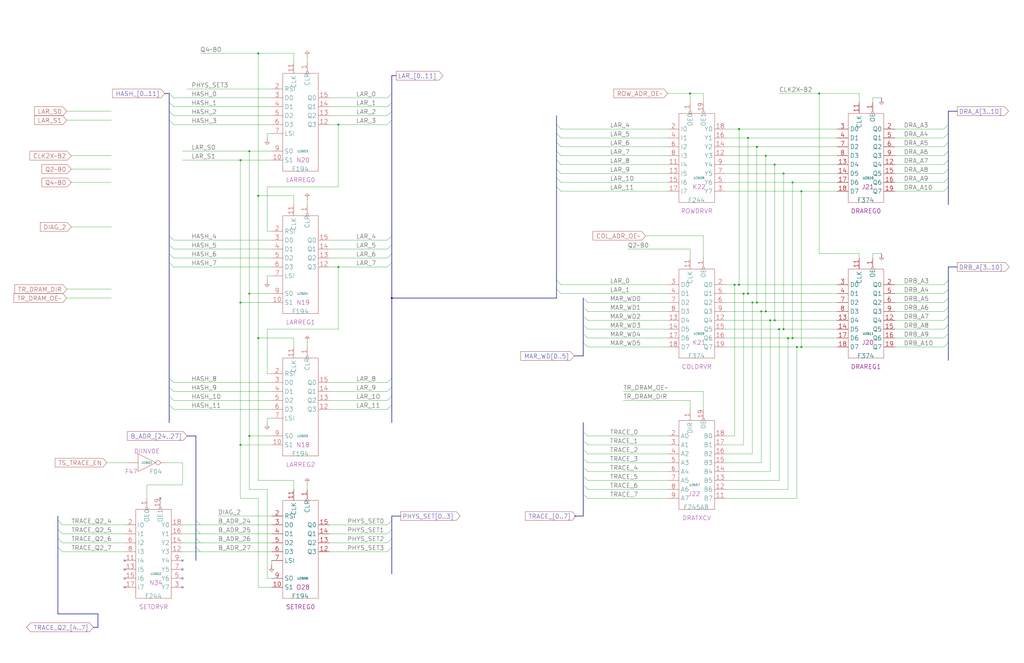
<source format=kicad_sch>
(kicad_sch (version 20211123) (generator eeschema)
  (paper "User" 584.2 378.46)
  (title_block (title "ADDRESS\\nLAR AND SET REGISTERS") (date "08-MAR-90") (rev "0.0") (comment 1 "MEM32 BOARD") (comment 2 "232-003066") (comment 3 "S400") (comment 4 "RELEASED"))
  (lib_symbols
    (symbol "r1000:F04" (pin_numbers hide) (pin_names hide)
      (property "Reference" "U" (at 0 0 0))
      (property "Value" "F04" (at 1.27 -5.08 0))
      (property "Location" "___" (at -12.7 -5.08 0))
      (property "Name" "______" (at 0 5.08 0))
      (symbol "F04_0_1"
        (polyline (pts (xy -7.62 0) (xy -5.08 0)) (stroke (width 0.1524)))
        (polyline (pts (xy -5.08 5.08) (xy -5.08 -5.08)) (stroke (width 0.1524)))
        (polyline (pts (xy 5.08 0) (xy -5.08 -5.08)) (stroke (width 0.1524)))
        (polyline (pts (xy 5.08 0) (xy -5.08 5.08)) (stroke (width 0.1524)))
        (circle (center 6.35 0) (radius 1.27) (stroke (width 0.1524)))
      )
      (symbol "F04_1_1"
        (pin input line (at -10.16 0 0) (length 2.54) (name "D") (number "1"))
        (pin output line (at 10.16 0 180) (length 2.54) (name "Q") (number "2"))
      )
    )
    (symbol "r1000:F194" (pin_names (offset 1.016))
      (property "Reference" "U" (at 2.54 5.08 0))
      (property "Value" "F194" (at -3.81 -5.08 0))
      (property "Location" "___" (at -1.27 0 0))
      (property "Name" "______" (at 1.27 -12.7 0))
      (symbol "F194_1_1"
        (rectangle (start -8.89 49.53) (end 11.43 -6.35))
        (circle (center 5.08 50.165) (radius 0.635))
        (pin input line (at 5.08 55.88 270) (length 5.08) (name "CLR") (number "1"))
        (pin input line (at -15.24 0 0) (length 6.35) (name "S1") (number "10"))
        (pin input line (at -2.54 55.88 270) (length 6.35) (name "CLK") (number "11"))
        (pin output line (at 17.78 20.32 180) (length 6.35) (name "Q3") (number "12"))
        (pin output line (at 17.78 25.4 180) (length 6.35) (name "Q2") (number "13"))
        (pin output line (at 17.78 30.48 180) (length 6.35) (name "Q1") (number "14"))
        (pin output line (at 17.78 35.56 180) (length 6.35) (name "Q0") (number "15"))
        (pin input line (at -15.24 40.64 0) (length 6.35) (name "RSI") (number "2"))
        (pin input line (at -15.24 35.56 0) (length 6.35) (name "D0") (number "3"))
        (pin input line (at -15.24 30.48 0) (length 6.35) (name "D1") (number "4"))
        (pin input line (at -15.24 25.4 0) (length 6.35) (name "D2") (number "5"))
        (pin input line (at -15.24 20.32 0) (length 6.35) (name "D3") (number "6"))
        (pin input line (at -15.24 15.24 0) (length 6.35) (name "LSI") (number "7"))
        (pin input line (at -15.24 5.08 0) (length 6.35) (name "S0") (number "9"))
      )
    )
    (symbol "r1000:F244" (pin_names (offset 1.016))
      (property "Reference" "U" (at 2.54 5.08 0))
      (property "Value" "F244" (at -3.81 -7.62 0))
      (property "Location" "___" (at -1.27 0 0))
      (property "Name" "______" (at 1.27 -15.24 0))
      (symbol "F244_1_1"
        (rectangle (start -8.89 41.91) (end 11.43 -8.89))
        (circle (center -2.54 42.545) (radius 0.635))
        (circle (center 5.08 42.545) (radius 0.635))
        (pin input line (at -2.54 48.26 270) (length 5.08) (name "OE0") (number "1"))
        (pin input line (at -15.24 12.7 0) (length 6.35) (name "I4") (number "11"))
        (pin tri_state line (at 17.78 17.78 180) (length 6.35) (name "Y3") (number "12"))
        (pin input line (at -15.24 7.62 0) (length 6.35) (name "I5") (number "13"))
        (pin tri_state line (at 17.78 22.86 180) (length 6.35) (name "Y2") (number "14"))
        (pin input line (at -15.24 2.54 0) (length 6.35) (name "I6") (number "15"))
        (pin tri_state line (at 17.78 27.94 180) (length 6.35) (name "Y1") (number "16"))
        (pin input line (at -15.24 -2.54 0) (length 6.35) (name "I7") (number "17"))
        (pin tri_state line (at 17.78 33.02 180) (length 6.35) (name "Y0") (number "18"))
        (pin input line (at 5.08 48.26 270) (length 5.08) (name "OE1") (number "19"))
        (pin input line (at -15.24 33.02 0) (length 6.35) (name "I0") (number "2"))
        (pin tri_state line (at 17.78 -2.54 180) (length 6.35) (name "Y7") (number "3"))
        (pin input line (at -15.24 27.94 0) (length 6.35) (name "I1") (number "4"))
        (pin tri_state line (at 17.78 2.54 180) (length 6.35) (name "Y6") (number "5"))
        (pin input line (at -15.24 22.86 0) (length 6.35) (name "I2") (number "6"))
        (pin tri_state line (at 17.78 7.62 180) (length 6.35) (name "Y5") (number "7"))
        (pin input line (at -15.24 17.78 0) (length 6.35) (name "I3") (number "8"))
        (pin tri_state line (at 17.78 12.7 180) (length 6.35) (name "Y4") (number "9"))
      )
    )
    (symbol "r1000:F245AB" (pin_names (offset 1.016))
      (property "Reference" "U" (at 2.54 5.08 0))
      (property "Value" "F245AB" (at -3.81 -7.62 0))
      (property "Location" "___" (at -1.27 0 0))
      (property "Name" "______" (at 3.81 -15.24 0))
      (symbol "F245AB_1_1"
        (rectangle (start -6.35 41.91) (end 13.97 -8.89))
        (circle (center 7.62 42.545) (radius 0.635))
        (pin input line (at 0 48.26 270) (length 6.35) (name "DIR") (number "1"))
        (pin tri_state line (at 20.32 -2.54 180) (length 6.35) (name "B7") (number "11"))
        (pin tri_state line (at 20.32 2.54 180) (length 6.35) (name "B6") (number "12"))
        (pin tri_state line (at 20.32 7.62 180) (length 6.35) (name "B5") (number "13"))
        (pin tri_state line (at 20.32 12.7 180) (length 6.35) (name "B4") (number "14"))
        (pin tri_state line (at 20.32 17.78 180) (length 6.35) (name "B3") (number "15"))
        (pin tri_state line (at 20.32 22.86 180) (length 6.35) (name "B2") (number "16"))
        (pin tri_state line (at 20.32 27.94 180) (length 6.35) (name "B1") (number "17"))
        (pin tri_state line (at 20.32 33.02 180) (length 6.35) (name "B0") (number "18"))
        (pin input line (at 7.62 48.26 270) (length 5.08) (name "OE") (number "19"))
        (pin tri_state line (at -12.7 33.02 0) (length 6.35) (name "A0") (number "2"))
        (pin tri_state line (at -12.7 27.94 0) (length 6.35) (name "A1") (number "3"))
        (pin tri_state line (at -12.7 22.86 0) (length 6.35) (name "A2") (number "4"))
        (pin tri_state line (at -12.7 17.78 0) (length 6.35) (name "A3") (number "5"))
        (pin tri_state line (at -12.7 12.7 0) (length 6.35) (name "A4") (number "6"))
        (pin tri_state line (at -12.7 7.62 0) (length 6.35) (name "A5") (number "7"))
        (pin tri_state line (at -12.7 2.54 0) (length 6.35) (name "A6") (number "8"))
        (pin tri_state line (at -12.7 -2.54 0) (length 6.35) (name "A7") (number "9"))
      )
    )
    (symbol "r1000:F374" (pin_names (offset 1.016))
      (property "Reference" "U" (at 2.54 5.08 0))
      (property "Value" "F374" (at -3.81 -7.62 0))
      (property "Location" "___" (at -1.27 0 0))
      (property "Name" "______" (at 1.27 -15.24 0))
      (symbol "F374_1_1"
        (rectangle (start -8.89 41.91) (end 11.43 -8.89))
        (circle (center 5.08 42.545) (radius 0.635))
        (pin input line (at 5.08 48.26 270) (length 5.08) (name "OE") (number "1"))
        (pin input line (at -2.54 48.26 270) (length 6.35) (name "CLK") (number "11"))
        (pin tri_state line (at 17.78 12.7 180) (length 6.35) (name "Q4") (number "12"))
        (pin input line (at -15.24 12.7 0) (length 6.35) (name "D4") (number "13"))
        (pin input line (at -15.24 7.62 0) (length 6.35) (name "D5") (number "14"))
        (pin tri_state line (at 17.78 7.62 180) (length 6.35) (name "Q5") (number "15"))
        (pin tri_state line (at 17.78 2.54 180) (length 6.35) (name "Q6") (number "16"))
        (pin input line (at -15.24 2.54 0) (length 6.35) (name "D6") (number "17"))
        (pin input line (at -15.24 -2.54 0) (length 6.35) (name "D7") (number "18"))
        (pin tri_state line (at 17.78 -2.54 180) (length 6.35) (name "Q7") (number "19"))
        (pin tri_state line (at 17.78 33.02 180) (length 6.35) (name "Q0") (number "2"))
        (pin input line (at -15.24 33.02 0) (length 6.35) (name "D0") (number "3"))
        (pin input line (at -15.24 27.94 0) (length 6.35) (name "D1") (number "4"))
        (pin tri_state line (at 17.78 27.94 180) (length 6.35) (name "Q1") (number "5"))
        (pin tri_state line (at 17.78 22.86 180) (length 6.35) (name "Q2") (number "6"))
        (pin input line (at -15.24 22.86 0) (length 6.35) (name "D2") (number "7"))
        (pin input line (at -15.24 17.78 0) (length 6.35) (name "D3") (number "8"))
        (pin tri_state line (at 17.78 17.78 180) (length 6.35) (name "Q3") (number "9"))
      )
    )
    (symbol "r1000:PD" (power) (pin_numbers hide) (pin_names hide) (in_bom no)
      (symbol "PD_0_1"
        (polyline (pts (xy 0 -2.54) (xy 1.27 -2.54) (xy 0 -3.81) (xy -1.27 -2.54) (xy 0 -2.54)) (stroke (width 0.1524)))
      )
      (symbol "PD_1_1"
        (pin power_in line (at 0 0 270) (length 2.54) (name "PD") (number "1"))
      )
    )
    (symbol "r1000:PU" (power) (pin_numbers hide) (pin_names hide)
      (symbol "PU_0_1"
        (polyline (pts (xy 0 2.54) (xy -1.27 2.54) (xy 0 3.81) (xy 1.27 2.54) (xy 0 2.54)) (stroke (width 0.1524)))
      )
      (symbol "PU_1_1"
        (pin power_in line (at 0 0 90) (length 2.54) (name "PU") (number "1"))
      )
    )
  )
  (bus (pts (xy 106.68 248.92) (xy 111.76 248.92)))
  (bus (pts (xy 111.76 248.92) (xy 111.76 297.18)))
  (bus (pts (xy 111.76 297.18) (xy 111.76 302.26)))
  (bus (pts (xy 111.76 302.26) (xy 111.76 307.34)))
  (bus (pts (xy 111.76 307.34) (xy 111.76 312.42)))
  (bus (pts (xy 111.76 312.42) (xy 111.76 320.04)))
  (bus (pts (xy 223.52 134.62) (xy 223.52 139.7)))
  (bus (pts (xy 223.52 139.7) (xy 223.52 144.78)))
  (bus (pts (xy 223.52 144.78) (xy 223.52 149.86)))
  (bus (pts (xy 223.52 149.86) (xy 223.52 170.18)))
  (bus (pts (xy 223.52 170.18) (xy 223.52 215.9)))
  (bus (pts (xy 223.52 170.18) (xy 317.5 170.18)))
  (bus (pts (xy 223.52 215.9) (xy 223.52 220.98)))
  (bus (pts (xy 223.52 220.98) (xy 223.52 226.06)))
  (bus (pts (xy 223.52 226.06) (xy 223.52 231.14)))
  (bus (pts (xy 223.52 231.14) (xy 223.52 241.3)))
  (bus (pts (xy 223.52 294.64) (xy 223.52 297.18)))
  (bus (pts (xy 223.52 294.64) (xy 228.6 294.64)))
  (bus (pts (xy 223.52 297.18) (xy 223.52 302.26)))
  (bus (pts (xy 223.52 302.26) (xy 223.52 307.34)))
  (bus (pts (xy 223.52 307.34) (xy 223.52 312.42)))
  (bus (pts (xy 223.52 312.42) (xy 223.52 327.66)))
  (bus (pts (xy 223.52 43.18) (xy 223.52 53.34)))
  (bus (pts (xy 223.52 43.18) (xy 226.06 43.18)))
  (bus (pts (xy 223.52 53.34) (xy 223.52 58.42)))
  (bus (pts (xy 223.52 58.42) (xy 223.52 63.5)))
  (bus (pts (xy 223.52 63.5) (xy 223.52 68.58)))
  (bus (pts (xy 223.52 68.58) (xy 223.52 134.62)))
  (bus (pts (xy 317.5 101.6) (xy 317.5 106.68)))
  (bus (pts (xy 317.5 106.68) (xy 317.5 160.02)))
  (bus (pts (xy 317.5 160.02) (xy 317.5 165.1)))
  (bus (pts (xy 317.5 165.1) (xy 317.5 170.18)))
  (bus (pts (xy 317.5 66.04) (xy 317.5 71.12)))
  (bus (pts (xy 317.5 71.12) (xy 317.5 76.2)))
  (bus (pts (xy 317.5 76.2) (xy 317.5 81.28)))
  (bus (pts (xy 317.5 81.28) (xy 317.5 86.36)))
  (bus (pts (xy 317.5 86.36) (xy 317.5 91.44)))
  (bus (pts (xy 317.5 91.44) (xy 317.5 96.52)))
  (bus (pts (xy 317.5 96.52) (xy 317.5 101.6)))
  (bus (pts (xy 327.66 203.2) (xy 332.74 203.2)))
  (bus (pts (xy 327.66 294.64) (xy 332.74 294.64)))
  (bus (pts (xy 33.02 294.64) (xy 33.02 297.18)))
  (bus (pts (xy 33.02 297.18) (xy 33.02 302.26)))
  (bus (pts (xy 33.02 302.26) (xy 33.02 307.34)))
  (bus (pts (xy 33.02 307.34) (xy 33.02 312.42)))
  (bus (pts (xy 33.02 312.42) (xy 33.02 350.52)))
  (bus (pts (xy 332.74 170.18) (xy 332.74 175.26)))
  (bus (pts (xy 332.74 175.26) (xy 332.74 180.34)))
  (bus (pts (xy 332.74 180.34) (xy 332.74 185.42)))
  (bus (pts (xy 332.74 185.42) (xy 332.74 190.5)))
  (bus (pts (xy 332.74 190.5) (xy 332.74 195.58)))
  (bus (pts (xy 332.74 195.58) (xy 332.74 203.2)))
  (bus (pts (xy 332.74 241.3) (xy 332.74 246.38)))
  (bus (pts (xy 332.74 246.38) (xy 332.74 251.46)))
  (bus (pts (xy 332.74 251.46) (xy 332.74 256.54)))
  (bus (pts (xy 332.74 256.54) (xy 332.74 261.62)))
  (bus (pts (xy 332.74 261.62) (xy 332.74 266.7)))
  (bus (pts (xy 332.74 266.7) (xy 332.74 271.78)))
  (bus (pts (xy 332.74 271.78) (xy 332.74 276.86)))
  (bus (pts (xy 332.74 276.86) (xy 332.74 281.94)))
  (bus (pts (xy 332.74 281.94) (xy 332.74 294.64)))
  (bus (pts (xy 53.34 358.14) (xy 55.88 358.14)))
  (bus (pts (xy 541.02 101.6) (xy 541.02 106.68)))
  (bus (pts (xy 541.02 106.68) (xy 541.02 116.84)))
  (bus (pts (xy 541.02 152.4) (xy 541.02 160.02)))
  (bus (pts (xy 541.02 152.4) (xy 546.1 152.4)))
  (bus (pts (xy 541.02 160.02) (xy 541.02 165.1)))
  (bus (pts (xy 541.02 165.1) (xy 541.02 170.18)))
  (bus (pts (xy 541.02 170.18) (xy 541.02 175.26)))
  (bus (pts (xy 541.02 175.26) (xy 541.02 180.34)))
  (bus (pts (xy 541.02 180.34) (xy 541.02 185.42)))
  (bus (pts (xy 541.02 185.42) (xy 541.02 190.5)))
  (bus (pts (xy 541.02 190.5) (xy 541.02 195.58)))
  (bus (pts (xy 541.02 195.58) (xy 541.02 205.74)))
  (bus (pts (xy 541.02 63.5) (xy 541.02 71.12)))
  (bus (pts (xy 541.02 63.5) (xy 546.1 63.5)))
  (bus (pts (xy 541.02 71.12) (xy 541.02 76.2)))
  (bus (pts (xy 541.02 76.2) (xy 541.02 81.28)))
  (bus (pts (xy 541.02 81.28) (xy 541.02 86.36)))
  (bus (pts (xy 541.02 86.36) (xy 541.02 91.44)))
  (bus (pts (xy 541.02 91.44) (xy 541.02 96.52)))
  (bus (pts (xy 541.02 96.52) (xy 541.02 101.6)))
  (bus (pts (xy 55.88 350.52) (xy 33.02 350.52)))
  (bus (pts (xy 55.88 358.14) (xy 55.88 350.52)))
  (bus (pts (xy 93.98 53.34) (xy 96.52 53.34)))
  (bus (pts (xy 96.52 134.62) (xy 96.52 139.7)))
  (bus (pts (xy 96.52 139.7) (xy 96.52 144.78)))
  (bus (pts (xy 96.52 144.78) (xy 96.52 149.86)))
  (bus (pts (xy 96.52 149.86) (xy 96.52 215.9)))
  (bus (pts (xy 96.52 215.9) (xy 96.52 220.98)))
  (bus (pts (xy 96.52 220.98) (xy 96.52 226.06)))
  (bus (pts (xy 96.52 226.06) (xy 96.52 231.14)))
  (bus (pts (xy 96.52 231.14) (xy 96.52 241.3)))
  (bus (pts (xy 96.52 53.34) (xy 96.52 58.42)))
  (bus (pts (xy 96.52 58.42) (xy 96.52 63.5)))
  (bus (pts (xy 96.52 63.5) (xy 96.52 68.58)))
  (bus (pts (xy 96.52 68.58) (xy 96.52 134.62)))
  (wire (pts (xy 104.14 264.16) (xy 104.14 276.86)))
  (wire (pts (xy 104.14 276.86) (xy 83.82 276.86)))
  (wire (pts (xy 104.14 299.72) (xy 114.3 299.72)))
  (wire (pts (xy 104.14 304.8) (xy 114.3 304.8)))
  (wire (pts (xy 104.14 309.88) (xy 114.3 309.88)))
  (wire (pts (xy 104.14 314.96) (xy 114.3 314.96)))
  (wire (pts (xy 104.14 86.36) (xy 142.24 86.36)))
  (wire (pts (xy 104.14 91.44) (xy 137.16 91.44)))
  (wire (pts (xy 106.68 50.8) (xy 154.94 50.8)))
  (wire (pts (xy 114.3 299.72) (xy 154.94 299.72)))
  (wire (pts (xy 114.3 30.48) (xy 147.32 30.48)))
  (wire (pts (xy 114.3 304.8) (xy 154.94 304.8)))
  (wire (pts (xy 114.3 309.88) (xy 154.94 309.88)))
  (wire (pts (xy 114.3 314.96) (xy 154.94 314.96)))
  (wire (pts (xy 124.46 294.64) (xy 154.94 294.64)))
  (wire (pts (xy 137.16 172.72) (xy 137.16 91.44)))
  (wire (pts (xy 137.16 172.72) (xy 154.94 172.72)))
  (wire (pts (xy 137.16 254) (xy 137.16 172.72)))
  (wire (pts (xy 137.16 254) (xy 137.16 284.48)))
  (wire (pts (xy 137.16 254) (xy 154.94 254)))
  (wire (pts (xy 137.16 91.44) (xy 154.94 91.44)))
  (wire (pts (xy 142.24 167.64) (xy 142.24 86.36)))
  (wire (pts (xy 142.24 167.64) (xy 154.94 167.64)))
  (wire (pts (xy 142.24 248.92) (xy 142.24 167.64)))
  (wire (pts (xy 142.24 248.92) (xy 142.24 279.4)))
  (wire (pts (xy 142.24 248.92) (xy 154.94 248.92)))
  (wire (pts (xy 142.24 86.36) (xy 154.94 86.36)))
  (wire (pts (xy 147.32 111.76) (xy 147.32 30.48)))
  (wire (pts (xy 147.32 111.76) (xy 167.64 111.76)))
  (wire (pts (xy 147.32 193.04) (xy 147.32 111.76)))
  (wire (pts (xy 147.32 193.04) (xy 167.64 193.04)))
  (wire (pts (xy 147.32 274.32) (xy 147.32 193.04)))
  (wire (pts (xy 147.32 284.48) (xy 137.16 284.48)))
  (wire (pts (xy 147.32 30.48) (xy 167.64 30.48)))
  (wire (pts (xy 147.32 335.28) (xy 147.32 284.48)))
  (wire (pts (xy 152.4 106.68) (xy 152.4 132.08)))
  (wire (pts (xy 152.4 132.08) (xy 154.94 132.08)))
  (wire (pts (xy 152.4 157.48) (xy 154.94 157.48)))
  (wire (pts (xy 152.4 160.02) (xy 152.4 157.48)))
  (wire (pts (xy 152.4 187.96) (xy 152.4 213.36)))
  (wire (pts (xy 152.4 213.36) (xy 154.94 213.36)))
  (wire (pts (xy 152.4 238.76) (xy 154.94 238.76)))
  (wire (pts (xy 152.4 241.3) (xy 152.4 238.76)))
  (wire (pts (xy 152.4 279.4) (xy 142.24 279.4)))
  (wire (pts (xy 152.4 330.2) (xy 152.4 279.4)))
  (wire (pts (xy 152.4 76.2) (xy 154.94 76.2)))
  (wire (pts (xy 152.4 78.74) (xy 152.4 76.2)))
  (wire (pts (xy 154.94 320.04) (xy 154.94 322.58)))
  (wire (pts (xy 154.94 330.2) (xy 152.4 330.2)))
  (wire (pts (xy 154.94 335.28) (xy 147.32 335.28)))
  (wire (pts (xy 167.64 116.84) (xy 167.64 111.76)))
  (wire (pts (xy 167.64 198.12) (xy 167.64 193.04)))
  (wire (pts (xy 167.64 274.32) (xy 147.32 274.32)))
  (wire (pts (xy 167.64 279.4) (xy 167.64 274.32)))
  (wire (pts (xy 167.64 35.56) (xy 167.64 30.48)))
  (wire (pts (xy 175.26 114.3) (xy 175.26 116.84)))
  (wire (pts (xy 175.26 195.58) (xy 175.26 198.12)))
  (wire (pts (xy 175.26 276.86) (xy 175.26 279.4)))
  (wire (pts (xy 175.26 33.02) (xy 175.26 35.56)))
  (wire (pts (xy 187.96 137.16) (xy 220.98 137.16)))
  (wire (pts (xy 187.96 142.24) (xy 220.98 142.24)))
  (wire (pts (xy 187.96 147.32) (xy 220.98 147.32)))
  (wire (pts (xy 187.96 152.4) (xy 193.04 152.4)))
  (wire (pts (xy 187.96 218.44) (xy 220.98 218.44)))
  (wire (pts (xy 187.96 223.52) (xy 220.98 223.52)))
  (wire (pts (xy 187.96 228.6) (xy 220.98 228.6)))
  (wire (pts (xy 187.96 233.68) (xy 220.98 233.68)))
  (wire (pts (xy 187.96 299.72) (xy 220.98 299.72)))
  (wire (pts (xy 187.96 304.8) (xy 220.98 304.8)))
  (wire (pts (xy 187.96 309.88) (xy 220.98 309.88)))
  (wire (pts (xy 187.96 314.96) (xy 220.98 314.96)))
  (wire (pts (xy 187.96 55.88) (xy 220.98 55.88)))
  (wire (pts (xy 187.96 60.96) (xy 220.98 60.96)))
  (wire (pts (xy 187.96 66.04) (xy 220.98 66.04)))
  (wire (pts (xy 187.96 71.12) (xy 193.04 71.12)))
  (wire (pts (xy 193.04 106.68) (xy 152.4 106.68)))
  (wire (pts (xy 193.04 152.4) (xy 193.04 187.96)))
  (wire (pts (xy 193.04 152.4) (xy 220.98 152.4)))
  (wire (pts (xy 193.04 187.96) (xy 152.4 187.96)))
  (wire (pts (xy 193.04 71.12) (xy 193.04 106.68)))
  (wire (pts (xy 193.04 71.12) (xy 220.98 71.12)))
  (wire (pts (xy 320.04 104.14) (xy 381 104.14)))
  (wire (pts (xy 320.04 109.22) (xy 381 109.22)))
  (wire (pts (xy 320.04 162.56) (xy 381 162.56)))
  (wire (pts (xy 320.04 167.64) (xy 381 167.64)))
  (wire (pts (xy 320.04 73.66) (xy 381 73.66)))
  (wire (pts (xy 320.04 78.74) (xy 381 78.74)))
  (wire (pts (xy 320.04 83.82) (xy 381 83.82)))
  (wire (pts (xy 320.04 88.9) (xy 381 88.9)))
  (wire (pts (xy 320.04 93.98) (xy 381 93.98)))
  (wire (pts (xy 320.04 99.06) (xy 381 99.06)))
  (wire (pts (xy 335.28 172.72) (xy 381 172.72)))
  (wire (pts (xy 335.28 177.8) (xy 381 177.8)))
  (wire (pts (xy 335.28 182.88) (xy 381 182.88)))
  (wire (pts (xy 335.28 187.96) (xy 381 187.96)))
  (wire (pts (xy 335.28 193.04) (xy 381 193.04)))
  (wire (pts (xy 335.28 198.12) (xy 381 198.12)))
  (wire (pts (xy 335.28 248.92) (xy 381 248.92)))
  (wire (pts (xy 335.28 254) (xy 381 254)))
  (wire (pts (xy 335.28 259.08) (xy 381 259.08)))
  (wire (pts (xy 335.28 264.16) (xy 381 264.16)))
  (wire (pts (xy 335.28 269.24) (xy 381 269.24)))
  (wire (pts (xy 335.28 274.32) (xy 381 274.32)))
  (wire (pts (xy 335.28 279.4) (xy 381 279.4)))
  (wire (pts (xy 335.28 284.48) (xy 381 284.48)))
  (wire (pts (xy 35.56 299.72) (xy 71.12 299.72)))
  (wire (pts (xy 35.56 304.8) (xy 71.12 304.8)))
  (wire (pts (xy 35.56 309.88) (xy 71.12 309.88)))
  (wire (pts (xy 35.56 314.96) (xy 71.12 314.96)))
  (wire (pts (xy 355.6 223.52) (xy 401.32 223.52)))
  (wire (pts (xy 355.6 228.6) (xy 393.7 228.6)))
  (wire (pts (xy 358.14 142.24) (xy 393.7 142.24)))
  (wire (pts (xy 368.3 134.62) (xy 401.32 134.62)))
  (wire (pts (xy 38.1 165.1) (xy 63.5 165.1)))
  (wire (pts (xy 38.1 170.18) (xy 63.5 170.18)))
  (wire (pts (xy 38.1 63.5) (xy 63.5 63.5)))
  (wire (pts (xy 38.1 68.58) (xy 63.5 68.58)))
  (wire (pts (xy 381 53.34) (xy 393.7 53.34)))
  (wire (pts (xy 393.7 142.24) (xy 393.7 147.32)))
  (wire (pts (xy 393.7 228.6) (xy 393.7 233.68)))
  (wire (pts (xy 393.7 53.34) (xy 393.7 58.42)))
  (wire (pts (xy 393.7 53.34) (xy 401.32 53.34)))
  (wire (pts (xy 40.64 104.14) (xy 63.5 104.14)))
  (wire (pts (xy 40.64 129.54) (xy 63.5 129.54)))
  (wire (pts (xy 40.64 88.9) (xy 63.5 88.9)))
  (wire (pts (xy 40.64 96.52) (xy 63.5 96.52)))
  (wire (pts (xy 401.32 134.62) (xy 401.32 147.32)))
  (wire (pts (xy 401.32 223.52) (xy 401.32 233.68)))
  (wire (pts (xy 401.32 53.34) (xy 401.32 58.42)))
  (wire (pts (xy 414.02 104.14) (xy 452.12 104.14)))
  (wire (pts (xy 414.02 109.22) (xy 457.2 109.22)))
  (wire (pts (xy 414.02 162.56) (xy 419.1 162.56)))
  (wire (pts (xy 414.02 167.64) (xy 424.18 167.64)))
  (wire (pts (xy 414.02 172.72) (xy 429.26 172.72)))
  (wire (pts (xy 414.02 177.8) (xy 434.34 177.8)))
  (wire (pts (xy 414.02 182.88) (xy 439.42 182.88)))
  (wire (pts (xy 414.02 187.96) (xy 444.5 187.96)))
  (wire (pts (xy 414.02 193.04) (xy 449.58 193.04)))
  (wire (pts (xy 414.02 198.12) (xy 454.66 198.12)))
  (wire (pts (xy 414.02 248.92) (xy 419.1 248.92)))
  (wire (pts (xy 414.02 259.08) (xy 429.26 259.08)))
  (wire (pts (xy 414.02 269.24) (xy 439.42 269.24)))
  (wire (pts (xy 414.02 73.66) (xy 421.64 73.66)))
  (wire (pts (xy 414.02 78.74) (xy 426.72 78.74)))
  (wire (pts (xy 414.02 83.82) (xy 431.8 83.82)))
  (wire (pts (xy 414.02 88.9) (xy 436.88 88.9)))
  (wire (pts (xy 414.02 93.98) (xy 441.96 93.98)))
  (wire (pts (xy 414.02 99.06) (xy 447.04 99.06)))
  (wire (pts (xy 419.1 162.56) (xy 421.64 162.56)))
  (wire (pts (xy 419.1 248.92) (xy 419.1 162.56)))
  (wire (pts (xy 421.64 162.56) (xy 477.52 162.56)))
  (wire (pts (xy 421.64 73.66) (xy 421.64 162.56)))
  (wire (pts (xy 421.64 73.66) (xy 477.52 73.66)))
  (wire (pts (xy 424.18 167.64) (xy 424.18 254)))
  (wire (pts (xy 424.18 167.64) (xy 426.72 167.64)))
  (wire (pts (xy 424.18 254) (xy 414.02 254)))
  (wire (pts (xy 426.72 167.64) (xy 477.52 167.64)))
  (wire (pts (xy 426.72 78.74) (xy 426.72 167.64)))
  (wire (pts (xy 426.72 78.74) (xy 477.52 78.74)))
  (wire (pts (xy 429.26 172.72) (xy 431.8 172.72)))
  (wire (pts (xy 429.26 259.08) (xy 429.26 172.72)))
  (wire (pts (xy 431.8 172.72) (xy 477.52 172.72)))
  (wire (pts (xy 431.8 83.82) (xy 431.8 172.72)))
  (wire (pts (xy 431.8 83.82) (xy 477.52 83.82)))
  (wire (pts (xy 434.34 177.8) (xy 434.34 264.16)))
  (wire (pts (xy 434.34 177.8) (xy 436.88 177.8)))
  (wire (pts (xy 434.34 264.16) (xy 414.02 264.16)))
  (wire (pts (xy 436.88 177.8) (xy 477.52 177.8)))
  (wire (pts (xy 436.88 88.9) (xy 436.88 177.8)))
  (wire (pts (xy 436.88 88.9) (xy 477.52 88.9)))
  (wire (pts (xy 439.42 182.88) (xy 441.96 182.88)))
  (wire (pts (xy 439.42 269.24) (xy 439.42 182.88)))
  (wire (pts (xy 441.96 182.88) (xy 477.52 182.88)))
  (wire (pts (xy 441.96 93.98) (xy 441.96 182.88)))
  (wire (pts (xy 441.96 93.98) (xy 477.52 93.98)))
  (wire (pts (xy 444.5 187.96) (xy 444.5 274.32)))
  (wire (pts (xy 444.5 187.96) (xy 447.04 187.96)))
  (wire (pts (xy 444.5 274.32) (xy 414.02 274.32)))
  (wire (pts (xy 444.5 53.34) (xy 467.36 53.34)))
  (wire (pts (xy 447.04 187.96) (xy 477.52 187.96)))
  (wire (pts (xy 447.04 99.06) (xy 447.04 187.96)))
  (wire (pts (xy 447.04 99.06) (xy 477.52 99.06)))
  (wire (pts (xy 449.58 193.04) (xy 449.58 279.4)))
  (wire (pts (xy 449.58 193.04) (xy 452.12 193.04)))
  (wire (pts (xy 449.58 279.4) (xy 414.02 279.4)))
  (wire (pts (xy 452.12 104.14) (xy 452.12 193.04)))
  (wire (pts (xy 452.12 104.14) (xy 477.52 104.14)))
  (wire (pts (xy 452.12 193.04) (xy 477.52 193.04)))
  (wire (pts (xy 454.66 198.12) (xy 454.66 284.48)))
  (wire (pts (xy 454.66 198.12) (xy 457.2 198.12)))
  (wire (pts (xy 454.66 284.48) (xy 414.02 284.48)))
  (wire (pts (xy 457.2 109.22) (xy 457.2 198.12)))
  (wire (pts (xy 457.2 109.22) (xy 477.52 109.22)))
  (wire (pts (xy 457.2 198.12) (xy 477.52 198.12)))
  (wire (pts (xy 467.36 144.78) (xy 467.36 53.34)))
  (wire (pts (xy 467.36 53.34) (xy 490.22 53.34)))
  (wire (pts (xy 490.22 144.78) (xy 467.36 144.78)))
  (wire (pts (xy 490.22 147.32) (xy 490.22 144.78)))
  (wire (pts (xy 490.22 53.34) (xy 490.22 58.42)))
  (wire (pts (xy 497.84 144.78) (xy 497.84 147.32)))
  (wire (pts (xy 497.84 55.88) (xy 497.84 58.42)))
  (wire (pts (xy 502.92 144.78) (xy 497.84 144.78)))
  (wire (pts (xy 502.92 55.88) (xy 497.84 55.88)))
  (wire (pts (xy 510.54 104.14) (xy 538.48 104.14)))
  (wire (pts (xy 510.54 109.22) (xy 538.48 109.22)))
  (wire (pts (xy 510.54 162.56) (xy 538.48 162.56)))
  (wire (pts (xy 510.54 167.64) (xy 538.48 167.64)))
  (wire (pts (xy 510.54 172.72) (xy 538.48 172.72)))
  (wire (pts (xy 510.54 177.8) (xy 538.48 177.8)))
  (wire (pts (xy 510.54 182.88) (xy 538.48 182.88)))
  (wire (pts (xy 510.54 187.96) (xy 538.48 187.96)))
  (wire (pts (xy 510.54 193.04) (xy 538.48 193.04)))
  (wire (pts (xy 510.54 198.12) (xy 538.48 198.12)))
  (wire (pts (xy 510.54 73.66) (xy 538.48 73.66)))
  (wire (pts (xy 510.54 78.74) (xy 538.48 78.74)))
  (wire (pts (xy 510.54 83.82) (xy 538.48 83.82)))
  (wire (pts (xy 510.54 88.9) (xy 538.48 88.9)))
  (wire (pts (xy 510.54 93.98) (xy 538.48 93.98)))
  (wire (pts (xy 510.54 99.06) (xy 538.48 99.06)))
  (wire (pts (xy 60.96 264.16) (xy 73.66 264.16)))
  (wire (pts (xy 83.82 276.86) (xy 83.82 284.48)))
  (wire (pts (xy 93.98 264.16) (xy 104.14 264.16)))
  (wire (pts (xy 99.06 137.16) (xy 154.94 137.16)))
  (wire (pts (xy 99.06 142.24) (xy 154.94 142.24)))
  (wire (pts (xy 99.06 147.32) (xy 154.94 147.32)))
  (wire (pts (xy 99.06 152.4) (xy 154.94 152.4)))
  (wire (pts (xy 99.06 218.44) (xy 154.94 218.44)))
  (wire (pts (xy 99.06 223.52) (xy 154.94 223.52)))
  (wire (pts (xy 99.06 228.6) (xy 154.94 228.6)))
  (wire (pts (xy 99.06 233.68) (xy 154.94 233.68)))
  (wire (pts (xy 99.06 55.88) (xy 154.94 55.88)))
  (wire (pts (xy 99.06 60.96) (xy 154.94 60.96)))
  (wire (pts (xy 99.06 66.04) (xy 154.94 66.04)))
  (wire (pts (xy 99.06 71.12) (xy 154.94 71.12)))
  (bus_entry (at 33.02 297.18) (size 2.54 2.54))
  (bus_entry (at 33.02 302.26) (size 2.54 2.54))
  (bus_entry (at 33.02 307.34) (size 2.54 2.54))
  (bus_entry (at 33.02 312.42) (size 2.54 2.54))
  (global_label "LAR_S0" (shape input) (at 38.1 63.5 180) (effects (font (size 2.54 2.54))) (property "Intersheet References" "${INTERSHEET_REFS}" (at 19.7273 63.3413 0) (effects (font (size 2.54 2.54)) (justify right))))
  (global_label "LAR_S1" (shape input) (at 38.1 68.58 180) (effects (font (size 2.54 2.54))) (property "Intersheet References" "${INTERSHEET_REFS}" (at 19.7273 68.4213 0) (effects (font (size 2.54 2.54)) (justify right))))
  (global_label "TR_DRAM_DIR" (shape input) (at 38.1 165.1 180) (effects (font (size 2.54 2.54))) (property "Intersheet References" "${INTERSHEET_REFS}" (at 8.4788 164.9413 0) (effects (font (size 2.54 2.54)) (justify right))))
  (global_label "TR_DRAM_OE~" (shape input) (at 38.1 170.18 180) (effects (font (size 2.54 2.54))) (property "Intersheet References" "${INTERSHEET_REFS}" (at 7.995 170.0213 0) (effects (font (size 2.54 2.54)) (justify right))))
  (global_label "CLK2X~B2" (shape input) (at 40.64 88.9 180) (effects (font (size 2.54 2.54))) (property "Intersheet References" "${INTERSHEET_REFS}" (at 17.0664 88.7413 0) (effects (font (size 2.54 2.54)) (justify right))))
  (global_label "Q2~B0" (shape input) (at 40.64 96.52 180) (effects (font (size 2.54 2.54))) (property "Intersheet References" "${INTERSHEET_REFS}" (at 23.9607 96.3613 0) (effects (font (size 2.54 2.54)) (justify right))))
  (global_label "Q4~B0" (shape input) (at 40.64 104.14 180) (effects (font (size 2.54 2.54))) (property "Intersheet References" "${INTERSHEET_REFS}" (at 23.9607 103.9813 0) (effects (font (size 2.54 2.54)) (justify right))))
  (global_label "DIAG_2" (shape input) (at 40.64 129.54 180) (effects (font (size 2.54 2.54))) (property "Intersheet References" "${INTERSHEET_REFS}" (at 22.993 129.3813 0) (effects (font (size 2.54 2.54)) (justify right))))
  (label "TRACE_Q2_4" (at 40.64 299.72 0) (effects (font (size 2.54 2.54))))
  (label "TRACE_Q2_5" (at 40.64 304.8 0) (effects (font (size 2.54 2.54))))
  (label "TRACE_Q2_6" (at 40.64 309.88 0) (effects (font (size 2.54 2.54))))
  (label "TRACE_Q2_7" (at 40.64 314.96 0) (effects (font (size 2.54 2.54))))
  (global_label "TRACE_Q2_[4..7]" (shape bidirectional) (at 53.34 358.14 180) (effects (font (size 2.54 2.54))) (property "Intersheet References" "${INTERSHEET_REFS}" (at 17.4292 357.9813 0) (effects (font (size 2.54 2.54)) (justify right))))
  (global_label "TS_TRACE_EN" (shape input) (at 60.96 264.16 180) (effects (font (size 2.54 2.54))) (property "Intersheet References" "${INTERSHEET_REFS}" (at 31.4597 264.0013 0) (effects (font (size 2.54 2.54)) (justify right))))
  (no_connect (at 71.12 320.04))
  (no_connect (at 71.12 325.12))
  (no_connect (at 71.12 330.2))
  (no_connect (at 71.12 335.28))
  (symbol (lib_id "r1000:F04") (at 83.82 264.16 0) (unit 1)
    (property "Reference" "U2601" (at 83.82 264.16 0))
    (property "Value" "F04" (at 85.09 269.24 0) (effects (font (size 2.54 2.54)) (justify left)))
    (property "Location" "F47" (at 71.12 269.24 0) (effects (font (size 2.54 2.54)) (justify left)))
    (property "Name" "DIINV0E" (at 83.82 259.08 0) (effects (font (size 2.54 2.54)) (justify bottom)))
  )
  (symbol (lib_id "r1000:F244") (at 86.36 332.74 0) (unit 1)
    (property "Reference" "U2602" (at 88.9 327.66 0))
    (property "Value" "F244" (at 82.55 340.36 0) (effects (font (size 2.54 2.54)) (justify left)))
    (property "Location" "N34" (at 85.09 332.74 0) (effects (font (size 2.54 2.54)) (justify left)))
    (property "Name" "SETDRVR" (at 87.63 347.98 0) (effects (font (size 2.54 2.54)) (justify bottom)))
  )
  (no_connect (at 91.44 284.48))
  (global_label "HASH_[0..11]" (shape input) (at 93.98 53.34 180) (effects (font (size 2.54 2.54))) (property "Intersheet References" "${INTERSHEET_REFS}" (at 64.2378 53.1813 0) (effects (font (size 2.54 2.54)) (justify right))))
  (bus_entry (at 96.52 53.34) (size 2.54 2.54))
  (bus_entry (at 96.52 58.42) (size 2.54 2.54))
  (bus_entry (at 96.52 63.5) (size 2.54 2.54))
  (bus_entry (at 96.52 68.58) (size 2.54 2.54))
  (bus_entry (at 96.52 134.62) (size 2.54 2.54))
  (bus_entry (at 96.52 139.7) (size 2.54 2.54))
  (bus_entry (at 96.52 144.78) (size 2.54 2.54))
  (bus_entry (at 96.52 149.86) (size 2.54 2.54))
  (bus_entry (at 96.52 215.9) (size 2.54 2.54))
  (bus_entry (at 96.52 220.98) (size 2.54 2.54))
  (bus_entry (at 96.52 226.06) (size 2.54 2.54))
  (bus_entry (at 96.52 231.14) (size 2.54 2.54))
  (no_connect (at 104.14 320.04))
  (no_connect (at 104.14 325.12))
  (no_connect (at 104.14 330.2))
  (no_connect (at 104.14 335.28))
  (global_label "B_ADR_[24..27]" (shape input) (at 106.68 248.92 180) (effects (font (size 2.54 2.54))) (property "Intersheet References" "${INTERSHEET_REFS}" (at 72.7045 248.7613 0) (effects (font (size 2.54 2.54)) (justify right))))
  (label "PHYS_SET3" (at 109.22 50.8 0) (effects (font (size 2.54 2.54))))
  (label "HASH_0" (at 109.22 55.88 0) (effects (font (size 2.54 2.54))))
  (label "HASH_1" (at 109.22 60.96 0) (effects (font (size 2.54 2.54))))
  (label "HASH_2" (at 109.22 66.04 0) (effects (font (size 2.54 2.54))))
  (label "HASH_3" (at 109.22 71.12 0) (effects (font (size 2.54 2.54))))
  (label "LAR_S0" (at 109.22 86.36 0) (effects (font (size 2.54 2.54))))
  (label "LAR_S1" (at 109.22 91.44 0) (effects (font (size 2.54 2.54))))
  (label "HASH_4" (at 109.22 137.16 0) (effects (font (size 2.54 2.54))))
  (label "HASH_5" (at 109.22 142.24 0) (effects (font (size 2.54 2.54))))
  (label "HASH_6" (at 109.22 147.32 0) (effects (font (size 2.54 2.54))))
  (label "HASH_7" (at 109.22 152.4 0) (effects (font (size 2.54 2.54))))
  (label "HASH_8" (at 109.22 218.44 0) (effects (font (size 2.54 2.54))))
  (label "HASH_9" (at 109.22 223.52 0) (effects (font (size 2.54 2.54))))
  (label "HASH_10" (at 109.22 228.6 0) (effects (font (size 2.54 2.54))))
  (label "HASH_11" (at 109.22 233.68 0) (effects (font (size 2.54 2.54))))
  (bus_entry (at 111.76 297.18) (size 2.54 2.54))
  (bus_entry (at 111.76 302.26) (size 2.54 2.54))
  (bus_entry (at 111.76 307.34) (size 2.54 2.54))
  (bus_entry (at 111.76 312.42) (size 2.54 2.54))
  (label "Q4~B0" (at 114.3 30.48 0) (effects (font (size 2.54 2.54))))
  (label "DIAG_2" (at 124.46 294.64 0) (effects (font (size 2.54 2.54))))
  (label "B_ADR_24" (at 124.46 299.72 0) (effects (font (size 2.54 2.54))))
  (label "B_ADR_25" (at 124.46 304.8 0) (effects (font (size 2.54 2.54))))
  (label "B_ADR_26" (at 124.46 309.88 0) (effects (font (size 2.54 2.54))))
  (label "B_ADR_27" (at 124.46 314.96 0) (effects (font (size 2.54 2.54))))
  (junction (at 137.16 91.44))
  (junction (at 137.16 172.72))
  (junction (at 137.16 254))
  (junction (at 142.24 86.36))
  (junction (at 142.24 167.64))
  (junction (at 142.24 248.92))
  (junction (at 147.32 30.48))
  (junction (at 147.32 111.76))
  (junction (at 147.32 193.04))
  (symbol (lib_id "r1000:PD") (at 152.4 78.74 0) (unit 1) (in_bom no)
    (property "Reference" "#PWR02601" (effects hide))
    (property "Value" "PD" (effects hide))
  )
  (symbol (lib_id "r1000:PD") (at 152.4 160.02 0) (unit 1) (in_bom no)
    (property "Reference" "#PWR02602" (effects hide))
    (property "Value" "PD" (effects hide))
  )
  (symbol (lib_id "r1000:PD") (at 152.4 241.3 0) (unit 1) (in_bom no)
    (property "Reference" "#PWR02603" (effects hide))
    (property "Value" "PD" (effects hide))
  )
  (symbol (lib_id "r1000:PD") (at 154.94 322.58 0) (unit 1) (in_bom no)
    (property "Reference" "#PWR02604" (effects hide))
    (property "Value" "PD" (effects hide))
  )
  (symbol (lib_id "r1000:F194") (at 170.18 91.44 0) (unit 1)
    (property "Reference" "U2603" (at 172.72 86.36 0))
    (property "Value" "F194" (at 166.37 96.52 0) (effects (font (size 2.54 2.54)) (justify left)))
    (property "Location" "N20" (at 168.91 91.44 0) (effects (font (size 2.54 2.54)) (justify left)))
    (property "Name" "LARREG0" (at 171.45 104.14 0) (effects (font (size 2.54 2.54)) (justify bottom)))
  )
  (symbol (lib_id "r1000:F194") (at 170.18 172.72 0) (unit 1)
    (property "Reference" "U2604" (at 172.72 167.64 0))
    (property "Value" "F194" (at 166.37 177.8 0) (effects (font (size 2.54 2.54)) (justify left)))
    (property "Location" "N19" (at 168.91 172.72 0) (effects (font (size 2.54 2.54)) (justify left)))
    (property "Name" "LARREG1" (at 171.45 185.42 0) (effects (font (size 2.54 2.54)) (justify bottom)))
  )
  (symbol (lib_id "r1000:F194") (at 170.18 254 0) (unit 1)
    (property "Reference" "U2605" (at 172.72 248.92 0))
    (property "Value" "F194" (at 166.37 259.08 0) (effects (font (size 2.54 2.54)) (justify left)))
    (property "Location" "N18" (at 168.91 254 0) (effects (font (size 2.54 2.54)) (justify left)))
    (property "Name" "LARREG2" (at 171.45 266.7 0) (effects (font (size 2.54 2.54)) (justify bottom)))
  )
  (symbol (lib_id "r1000:F194") (at 170.18 335.28 0) (unit 1)
    (property "Reference" "U2606" (at 172.72 330.2 0))
    (property "Value" "F194" (at 166.37 340.36 0) (effects (font (size 2.54 2.54)) (justify left)))
    (property "Location" "O28" (at 168.91 335.28 0) (effects (font (size 2.54 2.54)) (justify left)))
    (property "Name" "SETREG0" (at 171.45 347.98 0) (effects (font (size 2.54 2.54)) (justify bottom)))
  )
  (symbol (lib_id "r1000:PU") (at 175.26 33.02 0) (unit 1)
    (property "Reference" "#PWR02605" (effects hide))
    (property "Value" "PU" (effects hide))
  )
  (symbol (lib_id "r1000:PU") (at 175.26 114.3 0) (unit 1)
    (property "Reference" "#PWR02606" (effects hide))
    (property "Value" "PU" (effects hide))
  )
  (symbol (lib_id "r1000:PU") (at 175.26 195.58 0) (unit 1)
    (property "Reference" "#PWR02607" (effects hide))
    (property "Value" "PU" (effects hide))
  )
  (symbol (lib_id "r1000:PU") (at 175.26 276.86 0) (unit 1)
    (property "Reference" "#PWR02608" (effects hide))
    (property "Value" "PU" (effects hide))
  )
  (junction (at 193.04 71.12))
  (junction (at 193.04 152.4))
  (label "PHYS_SET0" (at 198.12 299.72 0) (effects (font (size 2.54 2.54))))
  (label "PHYS_SET1" (at 198.12 304.8 0) (effects (font (size 2.54 2.54))))
  (label "PHYS_SET2" (at 198.12 309.88 0) (effects (font (size 2.54 2.54))))
  (label "PHYS_SET3" (at 198.12 314.96 0) (effects (font (size 2.54 2.54))))
  (label "LAR_0" (at 203.2 55.88 0) (effects (font (size 2.54 2.54))))
  (label "LAR_1" (at 203.2 60.96 0) (effects (font (size 2.54 2.54))))
  (label "LAR_2" (at 203.2 66.04 0) (effects (font (size 2.54 2.54))))
  (label "LAR_3" (at 203.2 71.12 0) (effects (font (size 2.54 2.54))))
  (label "LAR_4" (at 203.2 137.16 0) (effects (font (size 2.54 2.54))))
  (label "LAR_5" (at 203.2 142.24 0) (effects (font (size 2.54 2.54))))
  (label "LAR_6" (at 203.2 147.32 0) (effects (font (size 2.54 2.54))))
  (label "LAR_7" (at 203.2 152.4 0) (effects (font (size 2.54 2.54))))
  (label "LAR_8" (at 203.2 218.44 0) (effects (font (size 2.54 2.54))))
  (label "LAR_9" (at 203.2 223.52 0) (effects (font (size 2.54 2.54))))
  (label "LAR_10" (at 203.2 228.6 0) (effects (font (size 2.54 2.54))))
  (label "LAR_11" (at 203.2 233.68 0) (effects (font (size 2.54 2.54))))
  (bus_entry (at 223.52 53.34) (size -2.54 2.54))
  (bus_entry (at 223.52 58.42) (size -2.54 2.54))
  (bus_entry (at 223.52 63.5) (size -2.54 2.54))
  (bus_entry (at 223.52 68.58) (size -2.54 2.54))
  (bus_entry (at 223.52 134.62) (size -2.54 2.54))
  (bus_entry (at 223.52 139.7) (size -2.54 2.54))
  (bus_entry (at 223.52 144.78) (size -2.54 2.54))
  (bus_entry (at 223.52 149.86) (size -2.54 2.54))
  (junction (at 223.52 170.18))
  (bus_entry (at 223.52 215.9) (size -2.54 2.54))
  (bus_entry (at 223.52 220.98) (size -2.54 2.54))
  (bus_entry (at 223.52 226.06) (size -2.54 2.54))
  (bus_entry (at 223.52 231.14) (size -2.54 2.54))
  (bus_entry (at 223.52 297.18) (size -2.54 2.54))
  (bus_entry (at 223.52 302.26) (size -2.54 2.54))
  (bus_entry (at 223.52 307.34) (size -2.54 2.54))
  (bus_entry (at 223.52 312.42) (size -2.54 2.54))
  (global_label "LAR_[0..11]" (shape output) (at 226.06 43.18 0) (effects (font (size 2.54 2.54))) (property "Intersheet References" "${INTERSHEET_REFS}" (at 252.6574 43.0213 0) (effects (font (size 2.54 2.54)) (justify left))))
  (global_label "PHYS_SET[0..3]" (shape output) (at 228.6 294.64 0) (effects (font (size 2.54 2.54))) (property "Intersheet References" "${INTERSHEET_REFS}" (at 262.4546 294.4813 0) (effects (font (size 2.54 2.54)) (justify left))))
  (bus_entry (at 317.5 71.12) (size 2.54 2.54))
  (bus_entry (at 317.5 76.2) (size 2.54 2.54))
  (bus_entry (at 317.5 81.28) (size 2.54 2.54))
  (bus_entry (at 317.5 86.36) (size 2.54 2.54))
  (bus_entry (at 317.5 91.44) (size 2.54 2.54))
  (bus_entry (at 317.5 96.52) (size 2.54 2.54))
  (bus_entry (at 317.5 101.6) (size 2.54 2.54))
  (bus_entry (at 317.5 106.68) (size 2.54 2.54))
  (bus_entry (at 317.5 160.02) (size 2.54 2.54))
  (bus_entry (at 317.5 165.1) (size 2.54 2.54))
  (global_label "MAR_WD[0..5]" (shape input) (at 327.66 203.2 180) (effects (font (size 2.54 2.54))) (property "Intersheet References" "${INTERSHEET_REFS}" (at 297.1921 203.0413 0) (effects (font (size 2.54 2.54)) (justify right))))
  (global_label "TRACE_[0..7]" (shape input) (at 328.5843 294.64 180) (effects (font (size 2.54 2.54))) (property "Intersheet References" "${INTERSHEET_REFS}" (at 299.6888 294.4813 0) (effects (font (size 2.54 2.54)) (justify right))))
  (bus_entry (at 332.74 170.18) (size 2.54 2.54))
  (bus_entry (at 332.74 175.26) (size 2.54 2.54))
  (bus_entry (at 332.74 180.34) (size 2.54 2.54))
  (bus_entry (at 332.74 185.42) (size 2.54 2.54))
  (bus_entry (at 332.74 190.5) (size 2.54 2.54))
  (bus_entry (at 332.74 195.58) (size 2.54 2.54))
  (bus_entry (at 332.74 246.38) (size 2.54 2.54))
  (bus_entry (at 332.74 251.46) (size 2.54 2.54))
  (bus_entry (at 332.74 256.54) (size 2.54 2.54))
  (bus_entry (at 332.74 261.62) (size 2.54 2.54))
  (bus_entry (at 332.74 266.7) (size 2.54 2.54))
  (bus_entry (at 332.74 271.78) (size 2.54 2.54))
  (bus_entry (at 332.74 276.86) (size 2.54 2.54))
  (bus_entry (at 332.74 281.94) (size 2.54 2.54))
  (label "LAR_4" (at 347.98 73.66 0) (effects (font (size 2.54 2.54))))
  (label "LAR_5" (at 347.98 78.74 0) (effects (font (size 2.54 2.54))))
  (label "LAR_6" (at 347.98 83.82 0) (effects (font (size 2.54 2.54))))
  (label "LAR_7" (at 347.98 88.9 0) (effects (font (size 2.54 2.54))))
  (label "LAR_8" (at 347.98 93.98 0) (effects (font (size 2.54 2.54))))
  (label "LAR_9" (at 347.98 99.06 0) (effects (font (size 2.54 2.54))))
  (label "LAR_10" (at 347.98 104.14 0) (effects (font (size 2.54 2.54))))
  (label "LAR_11" (at 347.98 109.22 0) (effects (font (size 2.54 2.54))))
  (label "LAR_0" (at 347.98 162.56 0) (effects (font (size 2.54 2.54))))
  (label "LAR_1" (at 347.98 167.64 0) (effects (font (size 2.54 2.54))))
  (label "MAR_WD0" (at 347.98 172.72 0) (effects (font (size 2.54 2.54))))
  (label "MAR_WD1" (at 347.98 177.8 0) (effects (font (size 2.54 2.54))))
  (label "MAR_WD2" (at 347.98 182.88 0) (effects (font (size 2.54 2.54))))
  (label "MAR_WD3" (at 347.98 187.96 0) (effects (font (size 2.54 2.54))))
  (label "MAR_WD4" (at 347.98 193.04 0) (effects (font (size 2.54 2.54))))
  (label "MAR_WD5" (at 347.98 198.12 0) (effects (font (size 2.54 2.54))))
  (label "TRACE_0" (at 347.98 248.92 0) (effects (font (size 2.54 2.54))))
  (label "TRACE_1" (at 347.98 254 0) (effects (font (size 2.54 2.54))))
  (label "TRACE_2" (at 347.98 259.08 0) (effects (font (size 2.54 2.54))))
  (label "TRACE_3" (at 347.98 264.16 0) (effects (font (size 2.54 2.54))))
  (label "TRACE_4" (at 347.98 269.24 0) (effects (font (size 2.54 2.54))))
  (label "TRACE_5" (at 347.98 274.32 0) (effects (font (size 2.54 2.54))))
  (label "TRACE_6" (at 347.98 279.4 0) (effects (font (size 2.54 2.54))))
  (label "TRACE_7" (at 347.98 284.48 0) (effects (font (size 2.54 2.54))))
  (label "TR_DRAM_OE~" (at 355.6 223.52 0) (effects (font (size 2.54 2.54))))
  (label "TR_DRAM_DIR" (at 355.6 228.6 0) (effects (font (size 2.54 2.54))))
  (label "Q2~B0" (at 358.14 142.24 0) (effects (font (size 2.54 2.54))))
  (global_label "COL_ADR_OE~" (shape input) (at 368.3 134.62 180) (effects (font (size 2.54 2.54))) (property "Intersheet References" "${INTERSHEET_REFS}" (at 338.3159 134.4613 0) (effects (font (size 2.54 2.54)) (justify right))))
  (global_label "ROW_ADR_OE~" (shape input) (at 381 53.34 180) (effects (font (size 2.54 2.54))) (property "Intersheet References" "${INTERSHEET_REFS}" (at 350.1692 53.1813 0) (effects (font (size 2.54 2.54)) (justify right))))
  (junction (at 393.7 53.34))
  (symbol (lib_id "r1000:F245AB") (at 393.7 281.94 0) (unit 1)
    (property "Reference" "U2607" (at 396.24 276.86 0))
    (property "Value" "F245AB" (at 389.89 289.56 0) (effects (font (size 2.54 2.54)) (justify left)))
    (property "Location" "J22" (at 392.43 281.94 0) (effects (font (size 2.54 2.54)) (justify left)))
    (property "Name" "DRATXCV" (at 397.51 297.18 0) (effects (font (size 2.54 2.54)) (justify bottom)))
  )
  (symbol (lib_id "r1000:F244") (at 396.24 106.68 0) (unit 1)
    (property "Reference" "U2608" (at 398.78 101.6 0))
    (property "Value" "F244" (at 392.43 114.3 0) (effects (font (size 2.54 2.54)) (justify left)))
    (property "Location" "K22" (at 394.97 106.68 0) (effects (font (size 2.54 2.54)) (justify left)))
    (property "Name" "ROWDRVR" (at 397.51 121.92 0) (effects (font (size 2.54 2.54)) (justify bottom)))
  )
  (symbol (lib_id "r1000:F374") (at 396.24 195.58 0) (unit 1)
    (property "Reference" "U2609" (at 398.78 190.5 0))
    (property "Value" "F374" (at 392.43 203.2 0) (effects (font (size 2.54 2.54)) (justify left)))
    (property "Location" "K21" (at 394.97 195.58 0) (effects (font (size 2.54 2.54)) (justify left)))
    (property "Name" "COLDRVR" (at 397.51 210.82 0) (effects (font (size 2.54 2.54)) (justify bottom)))
  )
  (junction (at 419.1 162.56))
  (junction (at 421.64 73.66))
  (junction (at 421.64 162.56))
  (junction (at 424.18 167.64))
  (junction (at 426.72 78.74))
  (junction (at 426.72 167.64))
  (junction (at 429.26 172.72))
  (junction (at 431.8 83.82))
  (junction (at 431.8 172.72))
  (junction (at 434.34 177.8))
  (junction (at 436.88 88.9))
  (junction (at 436.88 177.8))
  (junction (at 439.42 182.88))
  (junction (at 441.96 93.98))
  (junction (at 441.96 182.88))
  (label "CLK2X~B2" (at 444.5 53.34 0) (effects (font (size 2.54 2.54))))
  (junction (at 444.5 187.96))
  (junction (at 447.04 99.06))
  (junction (at 447.04 187.96))
  (junction (at 449.58 193.04))
  (junction (at 452.12 104.14))
  (junction (at 452.12 193.04))
  (junction (at 454.66 198.12))
  (junction (at 457.2 109.22))
  (junction (at 457.2 198.12))
  (junction (at 467.36 53.34))
  (symbol (lib_id "r1000:F374") (at 492.76 106.68 0) (unit 1)
    (property "Reference" "U2610" (at 495.3 101.6 0))
    (property "Value" "F374" (at 488.95 114.3 0) (effects (font (size 2.54 2.54)) (justify left)))
    (property "Location" "J21" (at 491.49 106.68 0) (effects (font (size 2.54 2.54)) (justify left)))
    (property "Name" "DRAREG0" (at 494.03 121.92 0) (effects (font (size 2.54 2.54)) (justify bottom)))
  )
  (symbol (lib_id "r1000:F374") (at 492.76 195.58 0) (unit 1)
    (property "Reference" "U2611" (at 495.3 190.5 0))
    (property "Value" "F374" (at 488.95 203.2 0) (effects (font (size 2.54 2.54)) (justify left)))
    (property "Location" "J20" (at 491.49 195.58 0) (effects (font (size 2.54 2.54)) (justify left)))
    (property "Name" "DRAREG1" (at 494.03 210.82 0) (effects (font (size 2.54 2.54)) (justify bottom)))
  )
  (symbol (lib_id "r1000:PD") (at 502.92 55.88 0) (unit 1) (in_bom no)
    (property "Reference" "#PWR0171" (effects hide))
    (property "Value" "PD" (effects hide))
  )
  (symbol (lib_id "r1000:PD") (at 502.92 144.78 0) (unit 1) (in_bom no)
    (property "Reference" "#PWR0172" (effects hide))
    (property "Value" "PD" (effects hide))
  )
  (label "DRA_A3" (at 515.62 73.66 0) (effects (font (size 2.54 2.54))))
  (label "DRA_A4" (at 515.62 78.74 0) (effects (font (size 2.54 2.54))))
  (label "DRA_A5" (at 515.62 83.82 0) (effects (font (size 2.54 2.54))))
  (label "DRA_A6" (at 515.62 88.9 0) (effects (font (size 2.54 2.54))))
  (label "DRA_A7" (at 515.62 93.98 0) (effects (font (size 2.54 2.54))))
  (label "DRA_A8" (at 515.62 99.06 0) (effects (font (size 2.54 2.54))))
  (label "DRA_A9" (at 515.62 104.14 0) (effects (font (size 2.54 2.54))))
  (label "DRA_A10" (at 515.62 109.22 0) (effects (font (size 2.54 2.54))))
  (label "DRB_A3" (at 515.62 162.56 0) (effects (font (size 2.54 2.54))))
  (label "DRB_A4" (at 515.62 167.64 0) (effects (font (size 2.54 2.54))))
  (label "DRB_A5" (at 515.62 172.72 0) (effects (font (size 2.54 2.54))))
  (label "DRB_A6" (at 515.62 177.8 0) (effects (font (size 2.54 2.54))))
  (label "DRB_A7" (at 515.62 182.88 0) (effects (font (size 2.54 2.54))))
  (label "DRB_A8" (at 515.62 187.96 0) (effects (font (size 2.54 2.54))))
  (label "DRB_A9" (at 515.62 193.04 0) (effects (font (size 2.54 2.54))))
  (label "DRB_A10" (at 515.62 198.12 0) (effects (font (size 2.54 2.54))))
  (bus_entry (at 541.02 71.12) (size -2.54 2.54))
  (bus_entry (at 541.02 76.2) (size -2.54 2.54))
  (bus_entry (at 541.02 81.28) (size -2.54 2.54))
  (bus_entry (at 541.02 86.36) (size -2.54 2.54))
  (bus_entry (at 541.02 91.44) (size -2.54 2.54))
  (bus_entry (at 541.02 96.52) (size -2.54 2.54))
  (bus_entry (at 541.02 101.6) (size -2.54 2.54))
  (bus_entry (at 541.02 106.68) (size -2.54 2.54))
  (bus_entry (at 541.02 160.02) (size -2.54 2.54))
  (bus_entry (at 541.02 165.1) (size -2.54 2.54))
  (bus_entry (at 541.02 170.18) (size -2.54 2.54))
  (bus_entry (at 541.02 175.26) (size -2.54 2.54))
  (bus_entry (at 541.02 180.34) (size -2.54 2.54))
  (bus_entry (at 541.02 185.42) (size -2.54 2.54))
  (bus_entry (at 541.02 190.5) (size -2.54 2.54))
  (bus_entry (at 541.02 195.58) (size -2.54 2.54))
  (global_label "DRA_A[3..10]" (shape output) (at 546.1 63.5 0) (effects (font (size 2.54 2.54))) (property "Intersheet References" "${INTERSHEET_REFS}" (at 575.3584 63.3413 0) (effects (font (size 2.54 2.54)) (justify left))))
  (global_label "DRB_A[3..10]" (shape output) (at 546.1 152.4 0) (effects (font (size 2.54 2.54))) (property "Intersheet References" "${INTERSHEET_REFS}" (at 575.7212 152.2413 0) (effects (font (size 2.54 2.54)) (justify left))))
)
</source>
